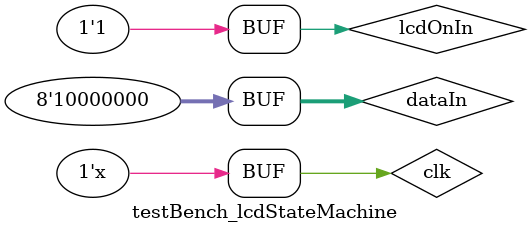
<source format=v>
`timescale 1ns / 1ps // clock units/resolution of clock

module testBench_lcdStateMachine;
    reg clk;
    reg lcdOnIn;
    reg[7:0] dataIn;

    wire[7:0] lcdBus;
    wire[4:0] addrToRead;
    wire lcdOnOut;
    wire lcdReadWriteSel;
    wire lcdRsSelect;
    wire lcdEnableOut;
    wire errorLed;

    lcdStateMachine dut(clk, lcdOnIn, dataIn, lcdBus, addrToRead, lcdOnOut, lcdReadWriteSel, lcdRsSelect, lcdEnableOut, errorLed);
    always #10 clk = ~clk;

    initial
    begin
        clk <= 0;
        lcdOnIn <= 1'b0;
        dataIn <= 8'b10000000;
        #20
        lcdOnIn <= 1'b1;
    end
endmodule

</source>
